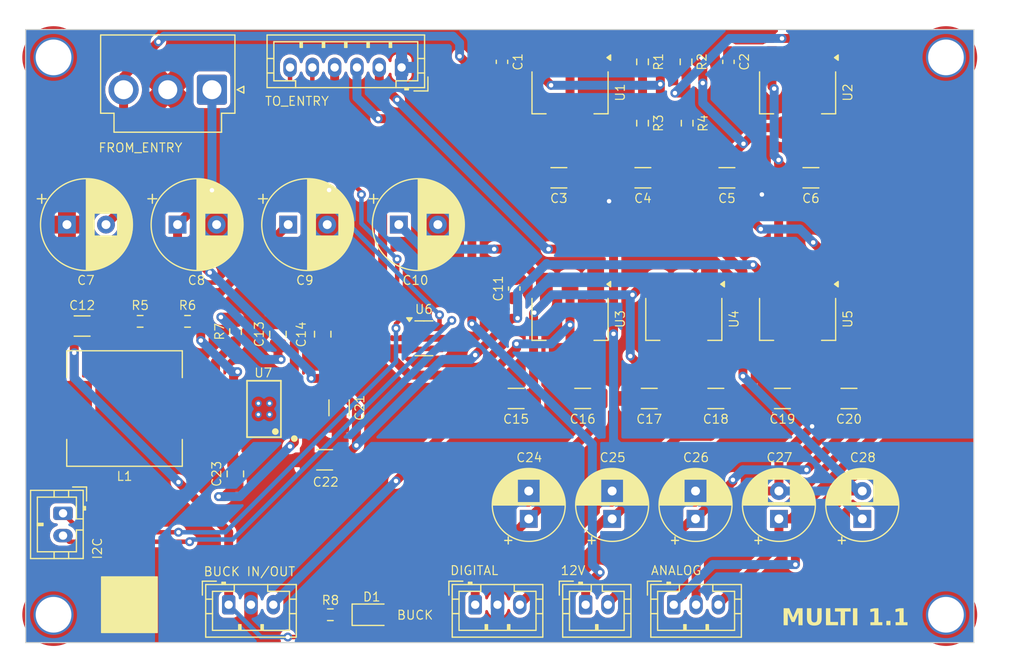
<source format=kicad_pcb>
(kicad_pcb (version 20240108) (generator "pcbnew") (generator_version "8.0")
  (layers (0 "F.Cu" signal) (31 "B.Cu" signal) (34 "B.Paste" user) (35 "F.Paste" user) (36 "B.SilkS" user "B.Silkscreen") (37 "F.SilkS" user "F.Silkscreen") (38 "B.Mask" user) (39 "F.Mask" user) (44 "Edge.Cuts" user))
  (net 0 "")
  (net 1 "PGND")
  (net 2 "VN")
  (net 3 "VP")
  (net 4 "AGND")
  (net 5 "DC_POS")
  (net 6 "Net-(U2-ADJ)")
  (net 7 "5V")
  (net 8 "3V3")
  (net 9 "12V")
  (net 10 "SCL")
  (net 11 "SDA")
  (net 12 "7V_OUT")
  (net 13 "7V_IN")
  (net 14 "Net-(C13-Pad1)")
  (net 15 "GND")
  (net 16 "RELAY_GND")
  (net 17 "Net-(U7-SS)")
  (net 18 "Net-(U7-SW)")
  (net 19 "Net-(U7-BST)")
  (net 20 "Net-(U1-ADJ)")
  (net 21 "Net-(U7-FB)")
  (net 22 "Net-(U7-COMP)")
  (net 23 "Net-(D1-K)")
  (net 24 "DC_NEG")
  (footprint "Capacitor_SMD:C_1206_3216Metric_Pad1.33x1.80mm_HandSolder" (layer "F.Cu") (at 141.231666 76.8)
    (property "Reference" "C4")
    (property "Value" "47U")
  )
  (footprint "Capacitor_SMD:C_0805_2012Metric_Pad1.18x1.45mm_HandSolder" (layer "F.Cu") (at 112.529431 90.83 -90)
    (property "Reference" "C14")
    (property "Value" "10n")
  )
  (footprint "Capacitor_THT:CP_Radial_D6.3mm_P2.50mm" (layer "F.Cu") (at 160.9 107.4 90)
    (property "Reference" "C28")
    (property "Value" "470u 16V")
  )
  (footprint "MountingHole:MountingHole_3.2mm_M3_DIN965_Pad_TopOnly" (layer "F.Cu") (at 88.4 66 90)
    (property "Reference" "H1" (hide yes))
    (property "Value" "MountingHole")
  )
  (footprint "MountingHole:MountingHole_3.2mm_M3_DIN965_Pad_TopOnly" (layer "F.Cu") (at 88.4 116 90)
    (property "Reference" "H3" (hide yes))
    (property "Value" "MountingHole")
  )
  (footprint "MountingHole:MountingHole_3.2mm_M3_DIN965_Pad_TopOnly" (layer "F.Cu") (at 168.4 66 90)
    (property "Reference" "H2" (hide yes))
    (property "Value" "MountingHole")
  )
  (footprint "Connector_JST:JST_PH_B3B-PH-K_1x03_P2.00mm_Vertical" (layer "F.Cu") (at 144 115.1)
    (property "Reference" "J7" (hide yes))
    (property "Value" "Conn_01x03_Pin")
  )
  (footprint "Capacitor_THT:CP_Radial_D6.3mm_P2.50mm" (layer "F.Cu") (at 153.425 107.4 90)
    (property "Reference" "C27")
    (property "Value" "470u 16V")
  )
  (footprint "Capacitor_SMD:C_1206_3216Metric_Pad1.33x1.80mm_HandSolder" (layer "F.Cu") (at 112.7 102.1 180)
    (property "Reference" "C22")
    (property "Value" "10U 50V")
  )
  (footprint "Capacitor_SMD:C_1206_3216Metric_Pad1.33x1.80mm_HandSolder" (layer "F.Cu") (at 141.8025 96.6 180)
    (property "Reference" "C17")
    (property "Value" "10U")
  )
  (footprint "Capacitor_SMD:C_0805_2012Metric_Pad1.18x1.45mm_HandSolder" (layer "F.Cu") (at 108.51664 90.83 90)
    (property "Reference" "C13")
    (property "Value" "0.22u")
  )
  (footprint "Capacitor_SMD:C_1206_3216Metric_Pad1.33x1.80mm_HandSolder" (layer "F.Cu") (at 148.763332 76.8)
    (property "Reference" "C5")
    (property "Value" "47U")
  )
  (footprint "Capacitor_THT:CP_Radial_D8.0mm_P3.50mm" (layer "F.Cu") (at 109.4351 81)
    (property "Reference" "C9")
    (property "Value" "10V 470u")
  )
  (footprint "Capacitor_SMD:C_1206_3216Metric_Pad1.33x1.80mm_HandSolder" (layer "F.Cu") (at 135.835 96.6 180)
    (property "Reference" "C16")
    (property "Value" "10U")
  )
  (footprint "Connector_JST:JST_PH_B2B-PH-K_1x02_P2.00mm_Vertical" (layer "F.Cu") (at 136.1 115.1)
    (property "Reference" "J6" (hide yes))
    (property "Value" "Conn_01x02_Pin")
  )
  (footprint "Resistor_SMD:R_0603_1608Metric_Pad0.98x0.95mm_HandSolder" (layer "F.Cu") (at 141.2 71.9 -90)
    (property "Reference" "R3")
    (property "Value" "1.2K")
  )
  (footprint "Capacitor_SMD:C_1206_3216Metric_Pad1.33x1.80mm_HandSolder" (layer "F.Cu") (at 156.295 76.8)
    (property "Reference" "C6")
    (property "Value" "10u")
  )
  (footprint "Package_TO_SOT_SMD:SOT-223-3_TabPin2" (layer "F.Cu") (at 134.7 89.475 -90)
    (property "Reference" "U3")
    (property "Value" "ZLDO1117QG33TA")
  )
  (footprint "Connector_JST:JST_PH_B2B-PH-K_1x02_P2.00mm_Vertical" (layer "F.Cu") (at 89.25 106.9 -90)
    (property "Reference" "J3" (hide yes))
    (property "Value" "Conn_01x02_Pin")
  )
  (footprint "Capacitor_THT:CP_Radial_D6.3mm_P2.50mm" (layer "F.Cu") (at 145.95 107.4 90)
    (property "Reference" "C26")
    (property "Value" "470u 16V")
  )
  (footprint "Package_TO_SOT_SMD:SOT-223-3_TabPin2" (layer "F.Cu") (at 144.9 89.475 -90)
    (property "Reference" "U4")
    (property "Value" "AMS1117-5.0")
  )
  (footprint "Package_TO_SOT_SMD:SOT-223-3_TabPin2" (layer "F.Cu") (at 155.1 69.15 -90)
    (property "Reference" "U2")
    (property "Value" "LM317_SOT-223")
  )
  (footprint "Capacitor_SMD:C_1206_3216Metric_Pad1.33x1.80mm_HandSolder" (layer "F.Cu") (at 90.9625 90.1)
    (property "Reference" "C12")
    (property "Value" "10U 50V")
  )
  (footprint "Resistor_SMD:R_0603_1608Metric_Pad0.98x0.95mm_HandSolder" (layer "F.Cu") (at 104.71664 90.6 90)
    (property "Reference" "R7")
    (property "Value" "86.6k")
  )
  (footprint "Capacitor_SMD:C_0603_1608Metric_Pad1.08x0.95mm_HandSolder" (layer "F.Cu") (at 129.7 86.7375 90)
    (property "Reference" "C11")
    (property "Value" "0.1U")
  )
  (footprint "Resistor_SMD:R_0603_1608Metric_Pad0.98x0.95mm_HandSolder" (layer "F.Cu") (at 141.2 66.4 -90)
    (property "Reference" "R1")
    (property "Value" "120R")
  )
  (footprint "easyeda2kicad:SOIC-8_L4.9-W3.9-P1.27-LS6.0-BL-EP" (layer "F.Cu") (at 107.2625 97.5375 90)
    (property "Reference" "U7")
    (property "Value" "AP64351SP-13")
  )
  (footprint "Inductor_SMD:L_Vishay_IHLP-4040" (layer "F.Cu") (at 94.7625 97.5 180)
    (property "Reference" "L1")
    (property "Value" "10uH 21mOhm 5A")
  )
  (footprint "Capacitor_SMD:C_1206_3216Metric_Pad1.33x1.80mm_HandSolder" (layer "F.Cu") (at 153.7375 96.6 180)
    (property "Reference" "C19")
    (property "Value" "10u")
  )
  (footprint "Resistor_SMD:R_0603_1608Metric_Pad0.98x0.95mm_HandSolder" (layer "F.Cu") (at 113.2125 116 180)
    (property "Reference" "R8")
    (property "Value" "1.7K")
  )
  (footprint "Connector_JST:JST_VH_B3P-VH_1x03_P3.96mm_Vertical" (layer "F.Cu") (at 102.6 68.9 180)
    (property "Reference" "J2" (hide yes))
    (property "Value" "Conn_01x03_Male")
  )
  (footprint "Capacitor_SMD:C_1206_3216Metric_Pad1.33x1.80mm_HandSolder" (layer "F.Cu") (at 114 97.4375 -90)
    (property "Reference" "C21")
    (property "Value" "10U 50V")
  )
  (footprint "Capacitor_SMD:C_1206_3216Metric_Pad1.33x1.80mm_HandSolder" (layer "F.Cu") (at 147.77 96.6 180)
    (property "Reference" "C18")
    (property "Value" "10U")
  )
  (footprint "Capacitor_THT:CP_Radial_D6.3mm_P2.50mm" (layer "F.Cu") (at 138.475 107.4 90)
    (property "Reference" "C25")
    (property "Value" "470u 16V")
  )
  (footprint "Resistor_SMD:R_0603_1608Metric_Pad0.98x0.95mm_HandSolder" (layer "F.Cu") (at 145.2 71.9 -90)
    (property "Reference" "R4")
    (property "Value" "1.2K")
  )
  (footprint "Package_TO_SOT_SMD:SOT-223-3_TabPin2" (layer "F.Cu") (at 134.7 69.15 -90)
    (property "Reference" "U1")
    (property "Value" "LM337_SOT223")
  )
  (footprint "Capacitor_THT:CP_Radial_D8.0mm_P3.50mm" (layer "F.Cu") (at 89.6 81)
    (property "Reference" "C7")
    (property "Value" "100u 50V")
  )
  (footprint "Capacitor_THT:CP_Radial_D8.0mm_P3.50mm" (layer "F.Cu") (at 119.352651 81)
    (property "Reference" "C10")
    (property "Value" "10V 470u")
  )
  (footprint "LED_SMD:LED_0805_2012Metric_Pad1.15x1.40mm_HandSolder" (layer "F.Cu") (at 117.025 116)
    (property "Reference" "D1")
    (property "Value" "BLUE")
  )
  (footprint "Capacitor_SMD:C_0805_2012Metric_Pad1.18x1.45mm_HandSolder" (layer "F.Cu") (at 104.7 103.3625 90)
    (property "Reference" "C23")
    (property "Value" "0.1u")
  )
  (footprint "Capacitor_SMD:C_1206_3216Metric_Pad1.33x1.80mm_HandSolder" (layer "F.Cu") (at 159.705 96.6 180)
    (property "Reference" "C20")
    (property "Value" "10U")
  )
  (footprint "Connector_JST:JST_PH_B3B-PH-K_1x03_P2.00mm_Vertical" (layer "F.Cu") (at 104.1 115.1)
    (property "Reference" "J4" (hide yes))
    (property "Value" "Conn_01x03_Pin")
  )
  (footprint "Package_TO_SOT_SMD:SOT-223" (layer "F.Cu") (at 155.1 89.475 -90)
    (property "Reference" "U5")
    (property "Value" "NCP1117-12")
  )
  (footprint "Capacitor_THT:CP_Radial_D6.3mm_P2.50mm" (layer "F.Cu") (at 131 107.4 90)
    (property "Reference" "C24")
    (property "Value" "470u 16V")
  )
  (footprint "Capacitor_SMD:C_1206_3216Metric_Pad1.33x1.80mm_HandSolder" (layer "F.Cu") (at 129.8675 96.6 180)
    (property "Reference" "C15")
    (property "Value" "10U")
  )
  (footprint "MountingHole:MountingHole_3.2mm_M3_DIN965_Pad_TopOnly" (layer "F.Cu") (at 168.4 116 90)
    (property "Reference" "H4" (hide yes))
    (property "Value" "MountingHole")
  )
  (footprint "Resistor_SMD:R_0603_1608Metric_Pad0.98x0.95mm_HandSolder" (layer "F.Cu") (at 96.1625 89.68)
    (property "Reference" "R5")
    (property "Value" "160K")
  )
  (footprint "Capacitor_SMD:C_0603_1608Metric_Pad1.08x0.95mm_HandSolder" (layer "F.Cu") (at 148.9 66.4 -90)
    (property "Reference" "C2")
    (property "Value" "0.1U")
  )
  (footprint "Resistor_SMD:R_0603_1608Metric_Pad0.98x0.95mm_HandSolder" (layer "F.Cu") (at 145.1 66.4 -90)
    (property "Reference" "R2")
    (property "Value" "120R")
  )
  (footprint "Connector_JST:JST_PH_B3B-PH-K_1x03_P2.00mm_Vertical" (layer "F.Cu") (at 126.2 115.1)
    (property "Reference" "J5" (hide yes))
    (property "Value" "Conn_01x03_Pin")
  )
  (footprint "Resistor_SMD:R_0603_1608Metric_Pad0.98x0.95mm_HandSolder" (layer "F.Cu") (at 100.4125 89.68 180)
    (property "Reference" "R6")
    (property "Value" "22.1K")
  )
  (footprint "Package_TO_SOT_SMD:SOT-23-6" (layer "F.Cu") (at 121.6 91.2)
    (property "Reference" "U6")
    (property "Value" "TMP100")
  )
  (footprint "Capacitor_SMD:C_0603_1608Metric_Pad1.08x0.95mm_HandSolder" (layer "F.Cu") (at 128.6 66.4 -90)
    (property "Reference" "C1")
    (property "Value" "0.1U")
  )
  (footprint "Connector_JST:JST_PH_B6B-PH-K_1x06_P2.00mm_Vertical" (layer "F.Cu") (at 119.6 66.9 180)
    (property "Reference" "J1" (hide yes))
    (property "Value" "Conn_01x06_Pin")
  )
  (footprint "Capacitor_SMD:C_1206_3216Metric_Pad1.33x1.80mm_HandSolder" (layer "F.Cu") (at 133.7 76.8 180)
    (property "Reference" "C3")
    (property "Value" "10u")
  )
  (footprint "Capacitor_THT:CP_Radial_D8.0mm_P3.50mm" (layer "F.Cu") (at 99.51755 81)
    (property "Reference" "C8")
    (property "Value" "100u 50V")
  )
  (gr_rect (start 92.7 112.6) (end 97.7 117.6) (stroke (width 0.1)) (fill solid) (layer "F.SilkS"))
  (gr_line (start 170.9 63.5) (end 170.9 118.5) (stroke (width 0.1)) (layer "Edge.Cuts"))
  (gr_line (start 85.9 63.5) (end 170.9 63.5) (stroke (width 0.1)) (layer "Edge.Cuts"))
  (gr_line (start 85.9 118.5) (end 85.9 63.5) (stroke (width 0.1)) (layer "Edge.Cuts"))
  (gr_line (start 170.9 118.5) (end 85.9 118.5) (stroke (width 0.1)) (layer "Edge.Cuts"))
  (gr_text "DIGITAL" (at 123.9 112.5 0) (layer "F.SilkS") (effects (font (size 0.8 0.8) (thickness 0.1)) (justify left bottom)))
  (gr_text "TO_ENTRY" (at 107.3 70.4 0) (layer "F.SilkS") (effects (font (size 0.8 0.8) (thickness 0.1)) (justify left bottom)))
  (gr_text "BUCK IN/OUT\n" (at 101.8 112.6 0) (layer "F.SilkS") (effects (font (size 0.8 0.8) (thickness 0.1)) (justify left bottom)))
  (gr_text "FROM_ENTRY" (at 92.371 74.575 0) (layer "F.SilkS") (effects (font (size 0.8 0.8) (thickness 0.1)) (justify left bottom)))
  (gr_text "I2C" (at 92.8 111.1 90) (layer "F.SilkS") (effects (font (size 0.8 0.8) (thickness 0.1)) (justify left bottom)))
  (gr_text "BUCK" (at 119.125 116.5 0) (layer "F.SilkS") (effects (font (size 0.8 0.8) (thickness 0.1)) (justify left bottom)))
  (gr_text "MULTI 1.1" (at 165.1 117.2 0) (layer "F.SilkS") (effects (font (size 1.5 1.5) (thickness 0.2) (bold yes)) (justify right bottom)))
  (gr_text "12V" (at 133.8 112.5 0) (layer "F.SilkS") (effects (font (size 0.8 0.8) (thickness 0.1)) (justify left bottom)))
  (gr_text "ANALOG" (at 141.9 112.5 0) (layer "F.SilkS") (effects (font (size 0.8 0.8) (thickness 0.1)) (justify left bottom)))
  (segment (start 134.7 69.6) (end 134.7 72.3) (width 0.8) (layer "F.Cu") (net 2))
  (segment (start 128.6 67.2625) (end 126.1625 67.2625) (width 0.8) (layer "F.Cu") (net 2))
  (segment (start 128.674196 67.2625) (end 128.674196 67.474196) (width 0.8) (layer "F.Cu") (net 2))
  (segment (start 132.1375 76.8) (end 132.1375 74.8625) (width 0.8) (layer "F.Cu") (net 2))
  (segment (start 94.68 67.72) (end 97.8 64.6) (width 0.8) (layer "F.Cu") (net 2))
  (segment (start 130.8 69.6) (end 134.7 69.6) (width 0.8) (layer "F.Cu") (net 2))
  (segment (start 134.7 66) (end 134.7 69.6) (width 0.8) (layer "F.Cu") (net 2))
  (segment (start 94.68 79.42) (end 93.1 81) (width 0.8) (layer "F.Cu") (net 2))
  (segment (start 128.674196 67.474196) (end 130.8 69.6) (width 0.8) (layer "F.Cu") (net 2))
  (segment (start 94.68 68.9) (end 94.68 67.72) (width 0.8) (layer "F.Cu") (net 2))
  (segment (start 126.1625 67.2625) (end 124.8 65.9) (width 0.8) (layer "F.Cu") (net 2))
  (segment (start 94.68 68.9) (end 94.68 79.42) (width 0.8) (layer "F.Cu") (net 2))
  (segment (start 132.1375 74.8625) (end 134.7 72.3) (width 0.8) (layer "F.Cu") (net 2))
  (via (at 124.8 65.9) (size 0.8) (drill 0.4) (layers "F.Cu" "B.Cu") (net 2))
  (via (at 97.8 64.6) (size 0.8) (drill 0.4) (layers "F.Cu" "B.Cu") (net 2))
  (segment (start 124.8 64.7) (end 124.8 65.9) (width 0.8) (layer "B.Cu") (net 2))
  (segment (start 124.2 64.1) (end 124.8 64.7) (width 0.8) (layer "B.Cu") (net 2))
  (segment (start 97.8 64.6) (end 98.3 64.1) (width 0.8) (layer "B.Cu") (net 2))
  (segment (start 98.3 64.1) (end 124.2 64.1) (width 0.8) (layer "B.Cu") (net 2))
  (segment (start 109.9825 97.5) (end 109.9825 96.9075) (width 0.8) (layer "F.Cu") (net 3))
  (segment (start 102.6 77.91755) (end 99.51755 81) (width 0.8) (layer "F.Cu") (net 3))
  (segment (start 130 87.9) (end 129.7 87.6) (width 0.8) (layer "F.Cu") (net 3))
  (segment (start 99.51755 82.41755) (end 102.4 85.3) (width 0.8) (layer "F.Cu") (net 3))
  (segment (start 115.55 97.425) (end 114 95.875) (width 0.8) (layer "F.Cu") (net 3))
  (segment (start 148.9 65.5375) (end 152.3375 65.5375) (width 0.8) (layer "F.Cu") (net 3))
  (segment (start 109.9825 97.5) (end 112.375 97.5) (width 0.8) (layer "F.Cu") (net 3))
  (segment (start 153.4 75.4675) (end 154.7325 76.8) (width 0.8) (layer "F.Cu") (net 3))
  (segment (start 112.925 94.8) (end 114 95.875) (width 0.8) (layer "F.Cu") (net 3))
  (segment (start 115.55 100.8125) (end 115.55 97.425) (width 0.8) (layer "F.Cu") (net 3))
  (segment (start 152.55 93.85) (end 155.3 96.6) (width 0.8) (layer "F.Cu") (net 3))
  (segment (start 153.4 75.2) (end 153.4 85.725) (width 0.8) (layer "F.Cu") (net 3))
  (segment (start 152.8 66) (end 152.8 68.6) (width 0.8) (layer "F.Cu") (net 3))
  (segment (start 109.9825 98.1675) (end 109.9825 97.5) (width 0.8) (layer "F.Cu") (net 3))
  (segment (start 130 89.4) (end 129.5 89.4) (width 0.8) (layer "F.Cu") (net 3))
  (segment (start 152.8 86.3) (end 151.1 84.6) (width 0.8) (layer "F.Cu") (net 3))
  (segment (start 111.5 94.8) (end 112.925 94.8) (width 0.8) (layer "F.Cu") (net 3))
  (segment (start 153.4 75.2) (end 153.4 75.4675) (width 0.8) (layer "F.Cu") (net 3))
  (segment (start 130 89.4) (end 130 87.9) (width 0.8) (layer "F.Cu") (net 3))
  (segment (start 99.51755 81) (end 99.51755 82.41755) (width 0.8) (layer "F.Cu") (net 3))
  (segment (start 152.55 86.575) (end 152.55 93.85) (width 0.8) (layer "F.Cu") (net 3))
  (segment (start 129.5 89.4) (end 126.2 92.7) (width 0.8) (layer "F.Cu") (net 3))
  (segment (start 152.3375 65.5375) (end 152.8 66) (width 0.8) (layer "F.Cu") (net 3))
  (segment (start 153.4 85.725) (end 152.8 86.325) (width 0.8) (layer "F.Cu") (net 3))
  (segment (start 114.2625 102.1) (end 115.55 100.8125) (width 0.8) (layer "F.Cu") (net 3))
  (segment (start 152.8 68.6) (end 153 68.8) (width 0.8) (layer "F.Cu") (net 3))
  (segment (start 112.375 97.5) (end 114 95.875) (width 0.8) (layer "F.Cu") (net 3))
  (via (at 102.6 77.91755) (size 0.8) (drill 0.4) (layers "F.Cu" "B.Cu") (net 3))
  (via (at 130 89.4) (size 0.8) (drill 0.4) (layers "F.Cu" "B.Cu") (net 3))
  (via (at 126.2 92.7) (size 0.8) (drill 0.4) (layers "F.Cu" "B.Cu") (net 3))
  (via (at 153 68.8) (size 0.8) (drill 0.4) (layers "F.Cu" "B.Cu") (net 3))
  (via (at 115.55 100.8125) (size 0.8) (drill 0.4) (layers "F.Cu" "B.Cu") (net 3))
  (via (at 111.5 94.8) (size 0.8) (drill 0.4) (layers "F.Cu" "B.Cu") (net 3))
  (via (at 153.4 75.2) (size 0.8) (drill 0.4) (layers "F.Cu" "B.Cu") (net 3))
  (via (at 102.4 85.3) (size 0.8) (drill 0.4) (layers "F.Cu" "B.Cu") (net 3))
  (via (at 151.1 84.6) (size 0.8) (drill 0.4) (layers "F.Cu" "B.Cu") (net 3))
  (segment (start 102.4 85.3) (end 102.484925 85.3) (width 0.8) (layer "B.Cu") (net 3))
  (segment (start 132.7 84.6) (end 132.6 84.5) (width 0.8) (layer "B.Cu") (net 3))
  (segment (start 132.6 84.5) (end 130 87.1) (width 0.8) (layer "B.Cu") (net 3))
  (segment (start 125.8 93.1) (end 123.2625 93.1) (width 0.8) (layer "B.Cu") (net 3))
  (segment (start 102.6 68.9) (end 102.6 77.91755) (width 0.8) (layer "B.Cu") (net 3))
  (segment (start 123.2625 93.1) (end 115.55 100.8125) (width 0.8) (layer "B.Cu") (net 3))
  (segment (start 153 68.8) (end 153 74.8) (width 0.8) (layer "B.Cu") (net 3))
  (segment (start 111.5 94.315075) (end 111.5 94.8) (width 0.8) (layer "B.Cu") (net 3))
  (segment (start 102.484925 85.3) (end 111.5 94.315075) (width 0.8) (layer "B.Cu") (net 3))
  (segment (start 151.1 84.6) (end 132.7 84.6) (width 0.8) (layer "B.Cu") (net 3))
  (segment (start 126.2 92.7) (end 125.8 93.1) (width 0.8) (layer "B.Cu") (net 3))
  (segment (start 153 74.8) (end 153.4 75.2) (width 0.8) (layer "B.Cu") (net 3))
  (segment (start 130 87.1) (end 130 89.4) (width 0.8) (layer "B.Cu") (net 3))
  (segment (start 153.425 104.9) (end 153.425 102.075) (width 0.8) (layer "F.Cu") (net 4))
  (segment (start 139.669166 76.8) (end 139.669166 77.430834) (width 0.8) (layer "F.Cu") (net 4))
  (segment (start 153.425 102.075) (end 156.4 99.1) (width 0.8) (layer "F.Cu") (net 4))
  (segment (start 150.4 76.8) (end 151.9 78.3) (width 0.8) (layer "F.Cu") (net 4))
  (segment (start 146 110.7) (end 151.8 104.9) (width 0.8) (layer "F.Cu") (net 4))
  (segment (start 146 115.05) (end 146 110.7) (width 0.8) (layer "F.Cu") (net 4))
  (segment (start 139.669166 77.430834) (end 138.2 78.9) (width 0.8) (layer "F.Cu") (net 4))
  (segment (start 151.8 104.9) (end 153.425 104.9) (width 0.8) (layer "F.Cu") (net 4))
  (via (at 156.4 99.1) (size 0.8) (drill 0.4) (layers "F.Cu" "B.Cu") (net 4))
  (via (at 151.9 78.3) (size 0.8) (drill 0.4) (layers "F.Cu" "B.Cu") (net 4))
  (via (at 138.2 78.9) (size 0.8) (drill 0.4) (layers "F.Cu" "B.Cu") (net 4))
  (segment (start 158.4 104.9) (end 153.425 104.9) (width 0.8) (layer "B.Cu") (net 4))
  (segment (start 160.9 107.4) (end 158.4 104.9) (width 0.8) (layer "B.Cu") (net 4))
  (segment (start 163.3 89.4) (end 163.3 98.6) (width 0.8) (layer "F.Cu") (net 5))
  (segment (start 153.425 107.4) (end 153.425 109.625) (width 0.8) (layer "F.Cu") (net 5))
  (segment (start 147.200832 76.800832) (end 151.8 81.4) (width 0.8) (layer "F.Cu") (net 5))
  (segment (start 154.5 107.4) (end 153.425 107.4) (width 0.8) (layer "F.Cu") (net 5))
  (segment (start 153.425 109.625) (end 148 115.05) (width 0.8) (layer "F.Cu") (net 5))
  (segment (start 163.3 98.6) (end 154.5 107.4) (width 0.8) (layer "F.Cu") (net 5))
  (segment (start 155.1 66) (end 155.1 72.3) (width 0.8) (layer "F.Cu") (net 5))
  (segment (start 147.200832 76.8) (end 151.700832 72.3) (width 0.8) (layer "F.Cu") (net 5))
  (segment (start 145.1 65.4875) (end 146.6 66.9875) (width 0.8) (layer "F.Cu") (net 5))
  (segment (start 156.5 82.6) (end 163.3 89.4) (width 0.8) (layer "F.Cu") (net 5))
  (segment (start 151.700832 72.3) (end 155.1 72.3) (width 0.8) (layer "F.Cu") (net 5))
  (segment (start 147.200832 76.8) (end 147.200832 76.800832) (width 0.8) (layer "F.Cu") (net 5))
  (segment (start 146.6 66.9875) (end 146.6 68.3) (width 0.8) (layer "F.Cu") (net 5))
  (via (at 151.8 81.4) (size 0.8) (drill 0.4) (layers "F.Cu" "B.Cu") (net 5))
  (via (at 146.6 68.3) (size 0.8) (drill 0.4) (layers "F.Cu" "B.Cu") (net 5))
  (via (at 150.250416 73.750416) (size 0.8) (drill 0.4) (layers "F.Cu" "B.Cu") (net 5))
  (via (at 156.5 82.6) (size 0.8) (drill 0.4) (layers "F.Cu" "B.Cu") (net 5))
  (segment (start 151.8 81.4) (end 155.3 81.4) (width 0.8) (layer "B.Cu") (net 5))
  (segment (start 155.3 81.4) (end 156.5 82.6) (width 0.8) (layer "B.Cu") (net 5))
  (segment (start 146.6 70.1) (end 150.250416 73.750416) (width 0.8) (layer "B.Cu") (net 5))
  (segment (start 146.6 68.3) (end 146.6 70.1) (width 0.8) (layer "B.Cu") (net 5))
  (segment (start 145.1 70.8875) (end 145.2 70.9875) (width 0.8) (layer "F.Cu") (net 6))
  (segment (start 156.7 64.3) (end 153.7 64.3) (width 0.8) (layer "F.Cu") (net 6))
  (segment (start 157.4 66) (end 157.4 65) (width 0.8) (layer "F.Cu") (net 6))
  (segment (start 157.4 65) (end 156.7 64.3) (width 0.8) (layer "F.Cu") (net 6))
  (segment (start 145.1 67.3125) (end 145.1 69.2) (width 0.8) (layer "F.Cu") (net 6))
  (segment (start 144.1 69.2) (end 145.1 69.2) (width 0.8) (layer "F.Cu") (net 6))
  (segment (start 145.1 69.2) (end 145.1 70.8875) (width 0.8) (layer "F.Cu") (net 6))
  (via (at 144.1 69.2) (size 0.8) (drill 0.4) (layers "F.Cu" "B.Cu") (net 6))
  (via (at 153.7 64.3) (size 0.8) (drill 0.4) (layers "F.Cu" "B.Cu") (net 6))
  (segment (start 149 64.3) (end 144.1 69.2) (width 0.8) (layer "B.Cu") (net 6))
  (segment (start 153.7 64.3) (end 149 64.3) (width 0.8) (layer "B.Cu") (net 6))
  (segment (start 145.3575 92.625) (end 149.3325 96.6) (width 0.8) (layer "F.Cu") (net 7))
  (segment (start 141.8 104.075) (end 141.8 102.6) (width 0.8) (layer "F.Cu") (net 7))
  (segment (start 149.3325 97.9675) (end 149.3325 96.6) (width 0.8) (layer "F.Cu") (net 7))
  (segment (start 144.9 86.325) (end 144.9 92.625) (width 0.8) (layer "F.Cu") (net 7))
  (segment (start 147.3 100) (end 149.3325 97.9675) (width 0.8) (layer "F.Cu") (net 7))
  (segment (start 138.475 107.4) (end 141.8 104.075) (width 0.8) (layer "F.Cu") (net 7))
  (segment (start 141.8 102.6) (end 144.4 100) (width 0.8) (layer "F.Cu") (net 7))
  (segment (start 137.85 107.4) (end 130.2 115.05) (width 0.8) (layer "F.Cu") (net 7))
  (segment (start 138.475 107.4) (end 137.85 107.4) (width 0.8) (layer "F.Cu") (net 7))
  (segment (start 144.4 100) (end 147.3 100) (width 0.8) (layer "F.Cu") (net 7))
  (segment (start 127.5 94.5) (end 129.9 92.1) (width 0.8) (layer "F.Cu") (net 8))
  (segment (start 113.6 66.9) (end 113.6 72.4) (width 0.8) (layer "F.Cu") (net 8))
  (segment (start 120.4625 92.15) (end 122.7375 92.15) (width 0.4) (layer "F.Cu") (net 8))
  (segment (start 134.7 93.9025) (end 137.3975 96.6) (width 0.8) (layer "F.Cu") (net 8))
  (segment (start 120.3 94.5) (end 127.5 94.5) (width 0.8) (layer "F.Cu") (net 8))
  (segment (start 117.95 92.15) (end 120.3 94.5) (width 0.8) (layer "F.Cu") (net 8))
  (segment (start 134.6 103.8) (end 134.6 101.4) (width 0.8) (layer "F.Cu") (net 8))
  (segment (start 134.6 101.4) (end 137.3975 98.6025) (width 0.8) (layer "F.Cu") (net 8))
  (segment (start 117.902651 91.897349) (end 117.8 92) (width 0.8) (layer "F.Cu") (net 8))
  (segment (start 131 107.4) (end 134.6 103.8) (width 0.8) (layer "F.Cu") (net 8))
  (segment (start 117.902651 76.897349) (end 117.902651 91.897349) (width 0.8) (layer "F.Cu") (net 8))
  (segment (start 137.3975 98.6025) (end 137.3975 96.6) (width 0.8) (layer "F.Cu") (net 8))
  (segment (start 134.7 86.325) (end 134.7 90) (width 0.8) (layer "F.Cu") (net 8))
  (segment (start 113.6 72.4) (end 118 76.8) (width 0.8) (layer "F.Cu") (net 8))
  (segment (start 131 107.4) (end 126.2 112.2) (width 0.8) (layer "F.Cu") (net 8))
  (segment (start 129.9 92.1) (end 129.9 91.7) (width 0.8) (layer "F.Cu") (net 8))
  (segment (start 117.95 92.15) (end 120.4625 92.15) (width 0.8) (layer "F.Cu") (net 8))
  (segment (start 134.7 90) (end 134.7 92.625) (width 0.8) (layer "F.Cu") (net 8))
  (segment (start 134.7 92.625) (end 134.7 93.9025) (width 0.8) (layer "F.Cu") (net 8))
  (segment (start 117.8 92) (end 117.95 92.15) (width 0.8) (layer "F.Cu") (net 8))
  (segment (start 126.2 112.2) (end 126.2 115.05) (width 0.8) (layer "F.Cu") (net 8))
  (segment (start 118 76.8) (end 117.902651 76.897349) (width 0.8) (layer "F.Cu") (net 8))
  (via (at 129.9 91.7) (size 0.8) (drill 0.4) (layers "F.Cu" "B.Cu") (net 8))
  (via (at 134.7 90) (size 0.8) (drill 0.4) (layers "F.Cu" "B.Cu") (net 8))
  (segment (start 133 91.7) (end 134.7 90) (width 0.8) (layer "B.Cu") (net 8))
  (segment (start 129.9 91.7) (end 133 91.7) (width 0.8) (layer "B.Cu") (net 8))
  (segment (start 145.65 107.4) (end 138.1 114.95) (width 0.8) (layer "F.Cu") (net 9))
  (segment (start 161.2675 96.6) (end 161.2675 92.64207) (width 0.8) (layer "F.Cu") (net 9))
  (segment (start 149.3 103.9) (end 149.3 104.05) (width 0.8) (layer "F.Cu") (net 9))
  (segment (start 161.2675 92.64207) (end 155.1 86.47457) (width 0.8) (layer "F.Cu") (net 9))
  (segment (start 161.2675 97.6325) (end 155.9 103) (width 0.8) (layer "F.Cu") (net 9))
  (segment (start 161.2675 96.6) (end 161.2675 97.6325) (width 0.8) (layer "F.Cu") (net 9))
  (segment (start 149.3 104.05) (end 145.95 107.4) (width 0.8) (layer "F.Cu") (net 9))
  (via (at 149.3 103.9) (size 0.8) (drill 0.4) (layers "F.Cu" "B.Cu") (net 9))
  (via (at 155.9 103) (size 0.8) (drill 0.4) (layers "F.Cu" "B.Cu") (net 9))
  (segment (start 150.2 103) (end 149.3 103.9) (width 0.8) (layer "B.Cu") (net 9))
  (segment (start 155.9 103) (end 150.2 103) (width 0.8) (layer "B.Cu") (net 9))
  (segment (start 116 78.1) (end 116 78.3) (width 0.4) (layer "F.Cu") (net 10))
  (segment (start 119.1 89.9) (end 119.60625 89.39375) (width 0.4) (layer "F.Cu") (net 10))
  (segment (start 119.60625 89.39375) (end 120.4625 90.25) (width 0.4) (layer "F.Cu") (net 10))
  (segment (start 89.25 106.9) (end 90.95 108.6) (width 0.4) (layer "F.Cu") (net 10))
  (segment (start 119.1 90.3) (end 119.1 89.9) (width 0.4) (layer "F.Cu") (net 10))
  (segment (start 111.6 73.7) (end 116 78.1) (width 0.4) (layer "F.Cu") (net 10))
  (segment (start 111.6 66.9) (end 111.6 73.7) (width 0.4) (layer "F.Cu") (net 10))
  (segment (start 90.95 108.6) (end 99.6 108.6) (width 0.4) (layer "F.Cu") (net 10))
  (segment (start 119.2 88.9875) (end 119.60625 89.39375) (width 0.4) (layer "F.Cu") (net 10))
  (segment (start 119.2 84.1) (end 119.2 88.9875) (width 0.4) (layer "F.Cu") (net 10))
  (via (at 99.6 108.6) (size 0.8) (drill 0.4) (layers "F.Cu" "B.Cu") (net 10))
  (via (at 119.1 90.3) (size 0.8) (drill 0.4) (layers "F.Cu" "B.Cu") (net 10))
  (via (at 119.2 84.1) (size 0.8) (drill 0.4) (layers "F.Cu" "B.Cu") (net 10))
  (via (at 116 78.3) (size 0.8) (drill 0.4) (layers "F.Cu" "B.Cu") (net 10))
  (segment (start 116 80.9) (end 116 78.3) (width 0.4) (layer "B.Cu") (net 10))
  (segment (start 103.8 108.6) (end 119.1 93.3) (width 0.4) (layer "B.Cu") (net 10))
  (segment (start 119.2 84.1) (end 116 80.9) (width 0.4) (layer "B.Cu") (net 10))
  (segment (start 119.1 93.3) (end 119.1 90.3) (width 0.4) (layer "B.Cu") (net 10))
  (segment (start 99.6 108.6) (end 103.8 108.6) (width 0.4) (layer "B.Cu") (net 10))
  (segment (start 89.25 108.9) (end 89.8 109.45) (width 0.4) (layer "F.Cu") (net 11))
  (segment (start 123.45 90.25) (end 124.1 89.6) (width 0.4) (layer "F.Cu") (net 11))
  (segment (start 109.6 66.9) (end 109.6 74.4) (width 0.4) (layer "F.Cu") (net 11))
  (segment (start 109.6 74.4) (end 113.1 77.9) (width 0.4) (layer "F.Cu") (net 11))
  (segment (start 123 89.9875) (end 122.7375 90.25) (width 0.4) (layer "F.Cu") (net 11))
  (segment (start 89.8 109.45) (end 100.597968 109.45) (width 0.4) (layer "F.Cu") (net 11))
  (segment (start 122.7375 90.25) (end 123.45 90.25) (width 0.4) (layer "F.Cu") (net 11))
  (segment (start 123 89.1) (end 123 89.9875) (width 0.4) (layer "F.Cu") (net 11))
  (via (at 113.1 77.9) (size 0.8) (drill 0.4) (layers "F.Cu" "B.Cu") (net 11))
  (via (at 124.1 89.6) (size 0.8) (drill 0.4) (layers "F.Cu" "B.Cu") (net 11))
  (via (at 100.597968 109.45) (size 0.8) (drill 0.4) (layers "F.Cu" "B.Cu") (net 11))
  (via (at 123 89.1) (size 0.8) (drill 0.4) (layers "F.Cu" "B.Cu") (net 11))
  (segment (start 123 89.1) (end 122.997918 89.1) (width 0.4) (layer "B.Cu") (net 11))
  (segment (start 100.797968 109.25) (end 100.597968 109.45) (width 0.4) (layer "B.Cu") (net 11))
  (segment (start 104.45 109.25) (end 100.797968 109.25) (width 0.4) (layer "B.Cu") (net 11))
  (segment (start 122.997918 89.1) (end 113.1 79.202082) (width 0.4) (layer "B.Cu") (net 11))
  (segment (start 113.1 79.202082) (end 113.1 77.9) (width 0.4) (layer "B.Cu") (net 11))
  (segment (start 124.1 89.6) (end 104.45 109.25) (width 0.4) (layer "B.Cu") (net 11))
  (segment (start 104.1 115.1) (end 104.1 108.6) (width 0.8) (layer "F.Cu") (net 12))
  (segment (start 103.3351 87.1) (end 94.85 87.1) (width 0.8) (layer "F.Cu") (net 12))
  (segment (start 116.05 118) (end 118.05 116) (width 0.4) (layer "F.Cu") (net 12))
  (segment (start 90.255 97.5) (end 90.255 90.955) (width 0.8) (layer "F.Cu") (net 12))
  (segment (start 90.255 90.955) (end 89.4 90.1) (width 0.8) (layer "F.Cu") (net 12))
  (segment (start 109.4 118) (end 116.05 118) (width 0.4) (layer "F.Cu") (net 12))
  (segment (start 104.1 108.6) (end 99.6 104.1) (width 0.8) (layer "F.Cu") (net 12))
  (segment (start 94.85 87.1) (end 93.4 88.55) (width 0.8) (layer "F.Cu") (net 12))
  (segment (start 109.4351 81) (end 103.3351 87.1) (width 0.8) (layer "F.Cu") (net 12))
  (segment (start 94.12 88.55) (end 93.4 88.55) (width 0.8) (layer "F.Cu") (net 12))
  (segment (start 95.25 89.68) (end 94.12 88.55) (width 0.8) (layer "F.Cu") (net 12))
  (segment (start 90.95 88.55) (end 89.4 90.1) (width 0.8) (layer "F.Cu") (net 12))
  (segment (start 93.4 88.55) (end 90.95 88.55) (width 0.8) (layer "F.Cu") (net 12))
  (via (at 99.6 104.1) (size 0.8) (drill 0.4) (layers "F.Cu" "B.Cu") (net 12))
  (via (at 90.255 92.5) (size 0.8) (drill 0.4) (layers "F.Cu" "B.Cu") (net 12))
  (via (at 109.4 118) (size 0.8) (drill 0.4) (layers "F.Cu" "B.Cu") (net 12))
  (segment (start 107 118) (end 104.1 115.1) (width 0.4) (layer "B.Cu") (net 12))
  (segment (start 99.6 104.1) (end 90.255 94.755) (width 0.8) (layer "B.Cu") (net 12))
  (segment (start 90.255 94.755) (end 90.255 92.5) (width 0.8) (layer "B.Cu") (net 12))
  (segment (start 109.4 118) (end 107 118) (width 0.4) (layer "B.Cu") (net 12))
  (segment (start 131.43 88.97) (end 131.5 88.9) (width 0.8) (layer "F.Cu") (net 13))
  (segment (start 132.4 86.325) (end 132.4 88) (width 0.8) (layer "F.Cu") (net 13))
  (segment (start 143.365 96.6) (end 143.365 96.065) (width 0.8) (layer "F.Cu") (net 13))
  (segment (start 119.1 104) (end 123.8 99.3) (width 0.8) (layer "F.Cu") (net 13))
  (segment (start 142.6 86.325) (end 141.275 86.325) (width 0.8) (layer "F.Cu") (net 13))
  (segment (start 131.43 96.6) (end 131.43 88.97) (width 0.8) (layer "F.Cu") (net 13))
  (segment (start 129.275 83.2) (end 132.4 86.325) (width 0.8) (layer "F.Cu") (net 13))
  (segment (start 123.8 99.3) (end 128.73 99.3) (width 0.8) (layer "F.Cu") (net 13))
  (segment (start 127.9 83.2) (end 129.275 83.2) (width 0.8) (layer "F.Cu") (net 13))
  (segment (start 128.73 99.3) (end 131.43 96.6) (width 0.8) (layer "F.Cu") (net 13))
  (segment (start 132.4 88) (end 131.5 88.9) (width 0.8) (layer "F.Cu") (net 13))
  (segment (start 141.275 86.325) (end 140.3 87.3) (width 0.8) (layer "F.Cu") (net 13))
  (segment (start 143.365 96.065) (end 140.1 92.8) (width 0.8) (layer "F.Cu") (net 13))
  (via (at 127.9 83.2) (size 0.8) (drill 0.4) (layers "F.Cu" "B.Cu") (net 13))
  (via (at 119.1 104) (size 0.8) (drill 0.4) (layers "F.Cu" "B.Cu") (net 13))
  (via (at 140.1 92.8) (size 0.8) (drill 0.4) (layers "F.Cu" "B.Cu") (net 13))
  (via (at 131.5 88.9) (size 0.8) (drill 0.4) (layers "F.Cu" "B.Cu") (net 13))
  (via (at 140.3 87.3) (size 0.8) (drill 0.4) (layers "F.Cu" "B.Cu") (net 13))
  (segment (start 108.1 115) (end 119.1 104) (width 0.8) (layer "B.Cu") (net 13))
  (segment (start 140.1 87.5) (end 140.3 87.3) (width 0.8) (layer "B.Cu") (net 13))
  (segment (start 119.352651 81) (end 121.552651 83.2) (width 0.8) (layer "B.Cu") (net 13))
  (segment (start 133.1 87.3) (end 131.5 88.9) (width 0.8) (layer "B.Cu") (net 13))
  (segment (start 140.3 87.3) (end 133.1 87.3) (width 0.8) (layer "B.Cu") (net 13))
  (segment (start 121.552651 83.2) (end 127.9 83.2) (width 0.8) (layer "B.Cu") (net 13))
  (segment (start 140.1 92.8) (end 140.1 87.5) (width 0.8) (layer "B.Cu") (net 13))
  (segment (start 108.51664 92.81664) (end 108.8 93.1) (width 0.8) (layer "F.Cu") (net 14))
  (segment (start 103.4 89.3) (end 104.32914 89.3) (width 0.8) (layer "F.Cu") (net 14))
  (segment (start 104.32914 89.3) (end 104.71664 89.6875) (width 0.8) (layer "F.Cu") (net 14))
  (segment (start 108.51664 91.8675) (end 108.51664 92.81664) (width 0.8) (layer "F.Cu") (net 14))
  (via (at 108.8 93.1) (size 0.8) (drill 0.4) (layers "F.Cu" "B.Cu") (net 14))
  (via (at 103.4 89.3) (size 0.8) (drill 0.4) (layers "F.Cu" "B.Cu") (net 14))
  (segment (start 107.2 93.1) (end 103.4 89.3) (width 0.8) (layer "B.Cu") (net 14))
  (segment (start 108.8 93.1) (end 107.2 93.1) (width 0.8) (layer "B.Cu") (net 14))
  (segment (start 132.775 83.2) (end 138.6 83.2) (width 0.8) (layer "F.Cu") (net 15))
  (segment (start 117.6 68.025) (end 117.6 68.2) (width 0.8) (layer "F.Cu") (net 15))
  (segment (start 138.600004 83.200004) (end 138.600004 90.800004) (width 0.8) (layer "F.Cu") (net 15))
  (segment (start 117.6 66.9) (end 117.6 68.025) (width 0.8) (layer "F.Cu") (net 15))
  (segment (start 117.6 68.2) (end 119.2 69.8) (width 0.8) (layer "F.Cu") (net 15))
  (segment (start 138.6 83.2) (end 138.600004 83.200004) (width 0.8) (layer "F.Cu") (net 15))
  (via (at 138.600004 90.800004) (size 0.8) (drill 0.4) (layers "F.Cu" "B.Cu") (net 15))
  (via (at 119.2 69.8) (size 0.8) (drill 0.4) (layers "F.Cu" "B.Cu") (net 15))
  (via (at 132.775 83.2) (size 0.8) (drill 0.4) (layers "F.Cu" "B.Cu") (net 15))
  (segment (start 119.2 69.8) (end 132.6 83.2) (width 0.8) (layer "B.Cu") (net 15))
  (segment (start 140.4 102.2) (end 138.599996 100.399996) (width 0.8) (layer "B.Cu") (net 15))
  (segment (start 132.6 83.2) (end 132.775 83.2) (width 0.8) (layer "B.Cu") (net 15))
  (segment (start 138.599996 90.800012) (end 138.600004 90.800004) (width 0.8) (layer "B.Cu") (net 15))
  (segment (start 138.599996 100.399996) (end 138.599996 90.800012) (width 0.8) (layer "B.Cu") (net 15))
  (segment (start 118.5 71.5) (end 117.5 71.5) (width 0.8) (layer "F.Cu") (net 16))
  (segment (start 136.1 113.5) (end 137.4 112.2) (width 0.8) (layer "F.Cu") (net 16))
  (segment (start 125.9 89.9) (end 125.9 78.9) (width 0.8) (layer "F.Cu") (net 16))
  (segment (start 136.1 114.95) (end 136.1 113.5) (width 0.8) (layer "F.Cu") (net 16))
  (segment (start 118.5 71.5) (end 125.9 78.9) (width 0.8) (layer "F.Cu") (net 16))
  (via (at 137.4 112.2) (size 0.8) (drill 0.4) (layers "F.Cu" "B.Cu") (net 16))
  (via (at 125.9 89.9) (size 0.8) (drill 0.4) (layers "F.Cu" "B.Cu") (net 16))
  (via (at 117.5 71.5) (size 0.8) (drill 0.4) (layers "F.Cu" "B.Cu") (net 16))
  (segment (start 115.6 69.6) (end 115.6 66.9) (width 0.8) (layer "B.Cu") (net 16))
  (segment (start 125.9 89.9) (end 136.7 100.7) (width 0.8) (layer "B.Cu") (net 16))
  (segment (start 117.5 71.5) (end 115.6 69.6) (width 0.8) (layer "B.Cu") (net 16))
  (segment (start 136.7 100.7) (end 136.7 111.5) (width 0.8) (layer "B.Cu") (net 16))
  (segment (start 136.7 111.5) (end 137.4 112.2) (width 0.8) (layer "B.Cu") (net 16))
  (segment (start 109.9825 91.614431) (end 111.804431 89.7925) (width 0.8) (layer "F.Cu") (net 17))
  (segment (start 109.9825 95.6375) (end 109.9825 91.614431) (width 0.8) (layer "F.Cu") (net 17))
  (segment (start 111.804431 89.7925) (end 112.529431 89.7925) (width 0.8) (layer "F.Cu") (net 17))
  (segment (start 101.2175 99.4475) (end 99.27 97.5) (width 0.8) (layer "F.Cu") (net 18))
  (segment (start 104.5425 99.4475) (end 104.5425 102.1675) (width 0.8) (layer "F.Cu") (net 18))
  (segment (start 104.5425 99.4475) (end 101.2175 99.4475) (width 0.8) (layer "F.Cu") (net 18))
  (segment (start 109.9825 99.4475) (end 109.9825 100.5175) (width 0.8) (layer "F.Cu") (net 19))
  (segment (start 109.9825 100.5175) (end 109.6 100.9) (width 0.8) (layer "F.Cu") (net 19))
  (segment (start 103.2 105.4) (end 103.7 105.4) (width 0.8) (layer "F.Cu") (net 19))
  (segment (start 103.7 105.4) (end 104.7 104.4) (width 0.8) (layer "F.Cu") (net 19))
  (via (at 103.2 105.4) (size 0.8) (drill 0.4) (layers "F.Cu" "B.Cu") (net 19))
  (via (at 109.6 100.9) (size 0.8) (drill 0.4) (layers "F.Cu" "B.Cu") (net 19))
  (segment (start 109.6 100.9) (end 105.1 105.4) (width 0.8) (layer "B.Cu") (net 19))
  (segment (start 105.1 105.4) (end 103.2 105.4) (width 0.8) (layer "B.Cu") (net 19))
  (segment (start 139.8875 66) (end 141.2 67.3125) (width 0.8) (layer "F.Cu") (net 20))
  (segment (start 141.2 67.3125) (end 141.2 70.9875) (width 0.8) (layer "F.Cu") (net 20))
  (segment (start 137 66) (end 139.8875 66) (width 0.8) (layer "F.Cu") (net 20))
  (segment (start 101.6 89.955) (end 101.325 89.68) (width 0.8) (layer "F.Cu") (net 21))
  (segment (start 104.5425 94.5575) (end 104.9 94.2) (width 0.8) (layer "F.Cu") (net 21))
  (segment (start 101.325 89.68) (end 100.2 88.555) (width 0.8) (layer "F.Cu") (net 21))
  (segment (start 98.2 88.555) (end 97.075 89.68) (width 0.8) (layer "F.Cu") (net 21))
  (segment (start 101.6 91.4) (end 101.6 89.955) (width 0.8) (layer "F.Cu") (net 21))
  (segment (start 104.5425 95.6375) (end 104.5425 94.5575) (width 0.8) (layer "F.Cu") (net 21))
  (segment (start 100.2 88.555) (end 98.2 88.555) (width 0.8) (layer "F.Cu") (net 21))
  (via (at 101.6 91.4) (size 0.8) (drill 0.4) (layers "F.Cu" "B.Cu") (net 21))
  (via (at 104.9 94.2) (size 0.8) (drill 0.4) (layers "F.Cu" "B.Cu") (net 21))
  (segment (start 104.4 94.2) (end 101.6 91.4) (width 0.8) (layer "B.Cu") (net 21))
  (segment (start 104.9 94.2) (end 104.4 94.2) (width 0.8) (layer "B.Cu") (net 21))
  (segment (start 103.798997 96.9075) (end 102.9225 96.031003) (width 0.8) (layer "F.Cu") (net 22))
  (segment (start 102.9225 96.031003) (end 102.9225 93.30664) (width 0.8) (layer "F.Cu") (net 22))
  (segment (start 102.9225 93.30664) (end 104.71664 91.5125) (width 0.8) (layer "F.Cu") (net 22))
  (segment (start 104.5425 96.9075) (end 103.798997 96.9075) (width 0.8) (layer "F.Cu") (net 22))
  (segment (start 116 116) (end 114.125 116) (width 0.4) (layer "F.Cu") (net 23))
  (segment (start 132.4 67.9) (end 133 68.5) (width 0.8) (layer "F.Cu") (net 24))
  (segment (start 154.9 109.76863) (end 154.9 111.5) (width 0.8) (layer "F.Cu") (net 24))
  (segment (start 159.76863 104.9) (end 154.9 109.76863) (width 0.8) (layer "F.Cu") (net 24))
  (segment (start 150.2 85.209924) (end 150.2 94.6) (width 0.8) (layer "F.Cu") (net 24))
  (segment (start 142.794166 77.80409) (end 150.2 85.209924) (width 0.8) (layer "F.Cu") (net 24))
  (segment (start 142.794166 67.081666) (end 142.794166 76.8) (width 0.8) (layer "F.Cu") (net 24))
  (segment (start 141.2 65.4875) (end 142.794166 67.081666) (width 0.8) (layer "F.Cu") (net 24))
  (segment (start 160.9 104.9) (end 159.76863 104.9) (width 0.8) (layer "F.Cu") (net 24))
  (segment (start 142.794166 76.8) (end 142.794166 77.80409) (width 0.8) (layer "F.Cu") (net 24))
  (segment (start 132.4 66) (end 132.4 67.9) (width 0.8) (layer "F.Cu") (net 24))
  (via (at 133 68.5) (size 0.8) (drill 0.4) (layers "F.Cu" "B.Cu") (net 24))
  (via (at 154.9 111.5) (size 0.8) (drill 0.4) (layers "F.Cu" "B.Cu") (net 24))
  (via (at 142.794166 68.4) (size 0.8) (drill 0.4) (layers "F.Cu" "B.Cu") (net 24))
  (via (at 150.2 94.6) (size 0.8) (drill 0.4) (layers "F.Cu" "B.Cu") (net 24))
  (segment (start 160.5 104.9) (end 160.9 104.9) (width 0.8) (layer "B.Cu") (net 24))
  (segment (start 154.9 111.5) (end 147.507233 111.5) (width 0.8) (layer "B.Cu") (net 24))
  (segment (start 147.507233 111.5) (end 144 115.007233) (width 0.8) (layer "B.Cu") (net 24))
  (segment (start 133 68.5) (end 142.694166 68.5) (width 0.8) (layer "B.Cu") (net 24))
  (segment (start 150.2 94.6) (end 160.5 104.9) (width 0.8) (layer "B.Cu") (net 24))
  (segment (start 142.694166 68.5) (end 142.794166 68.4) (width 0.8) (layer "B.Cu") (net 24))
  (zone (net 1) (net_name "PGND") (layer "F.Cu") (connect_pads (clearance 0.3)) (min_thickness 0.25) (fill yes (thermal_gap 0.5) (thermal_bridge_width 2))
    (polygon (pts (xy 84.8 63.2) (xy 171.9 63.2) (xy 174.1 65.4) (xy 174.1 120.3) (xy 84.6 120.3) (xy 83.6 119.3) (xy 83.6 64.4)))
  )
  (zone (net 15) (net_name "GND") (layer "B.Cu") (priority 1) (connect_pads (clearance 0.3)) (min_thickness 0.25) (fill yes (thermal_gap 0.5) (thermal_bridge_width 2))
    (polygon (pts (xy 97.8 109) (xy 97.8 119.7) (xy 173.8 119.7) (xy 175.4 118.1) (xy 175.4 101.8) (xy 174.1 100.5) (xy 106.3 100.5)))
  )
  (zone (net 4) (net_name "AGND") (layer "B.Cu") (connect_pads (clearance 0.3)) (min_thickness 0.25) (fill yes (thermal_gap 0.5) (thermal_bridge_width 1))
    (polygon (pts (xy 174.1 64.8) (xy 174.1 100.5) (xy 117.5 100.5) (xy 117.5 108.7) (xy 117.2 109) (xy 97.8 109) (xy 97.8 119.7) (xy 84.6 119.7) (xy 83.6 118.7) (xy 83.6 63.8) (xy 84.8 62.6) (xy 171.9 62.6)))
  )
)
</source>
